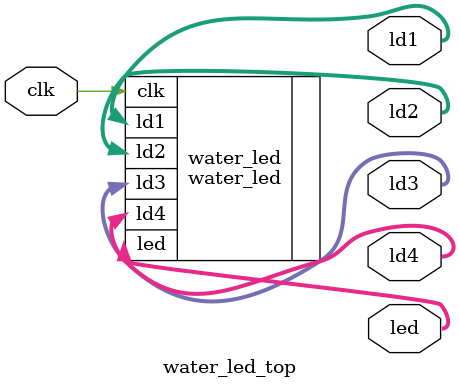
<source format=v>
`timescale 1ns / 1ps

`define UD #1
module water_led_top(
    input          clk,
    
    output  [7:0]  led,
    output  [2:0]  ld1,
    output  [2:0]  ld2,
    output  [2:0]  ld3,
    output  [2:0]  ld4
);

    wire sys_clk;
    
//    sys_pll sys_pll(
//        .clkout    (  sys_clk  ),//output clkout
//        .clkin     (  clk      ) //input clkin
//    );
    
    water_led water_led(
        .clk           (  clk  ),//input          clk,
            
        .led           (  led  ),//output  [7:0]  led,
        .ld1           (  ld1  ),//output  [2:0]  ld1,
        .ld2           (  ld2  ),//output  [2:0]  ld2,
        .ld3           (  ld3  ),//output  [2:0]  ld3,
        .ld4           (  ld4  ) //output  [2:0]  ld4 
    );

endmodule

</source>
